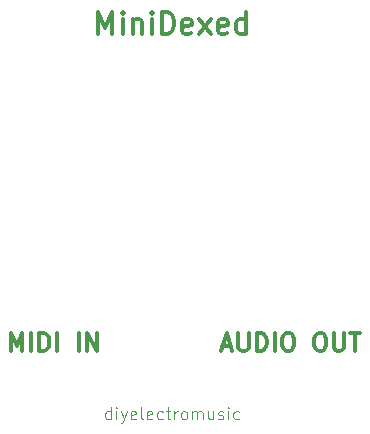
<source format=gbr>
%TF.GenerationSoftware,KiCad,Pcbnew,8.0.7*%
%TF.CreationDate,2025-02-20T16:23:03+00:00*%
%TF.ProjectId,RPi-MiniDexed-EuroRack-Panel,5250692d-4d69-46e6-9944-657865642d45,rev?*%
%TF.SameCoordinates,Original*%
%TF.FileFunction,Legend,Top*%
%TF.FilePolarity,Positive*%
%FSLAX46Y46*%
G04 Gerber Fmt 4.6, Leading zero omitted, Abs format (unit mm)*
G04 Created by KiCad (PCBNEW 8.0.7) date 2025-02-20 16:23:03*
%MOMM*%
%LPD*%
G01*
G04 APERTURE LIST*
%ADD10C,0.100000*%
%ADD11C,0.300000*%
G04 APERTURE END LIST*
D10*
X64809523Y-158457419D02*
X64809523Y-157457419D01*
X64809523Y-158409800D02*
X64714285Y-158457419D01*
X64714285Y-158457419D02*
X64523809Y-158457419D01*
X64523809Y-158457419D02*
X64428571Y-158409800D01*
X64428571Y-158409800D02*
X64380952Y-158362180D01*
X64380952Y-158362180D02*
X64333333Y-158266942D01*
X64333333Y-158266942D02*
X64333333Y-157981228D01*
X64333333Y-157981228D02*
X64380952Y-157885990D01*
X64380952Y-157885990D02*
X64428571Y-157838371D01*
X64428571Y-157838371D02*
X64523809Y-157790752D01*
X64523809Y-157790752D02*
X64714285Y-157790752D01*
X64714285Y-157790752D02*
X64809523Y-157838371D01*
X65285714Y-158457419D02*
X65285714Y-157790752D01*
X65285714Y-157457419D02*
X65238095Y-157505038D01*
X65238095Y-157505038D02*
X65285714Y-157552657D01*
X65285714Y-157552657D02*
X65333333Y-157505038D01*
X65333333Y-157505038D02*
X65285714Y-157457419D01*
X65285714Y-157457419D02*
X65285714Y-157552657D01*
X65666666Y-157790752D02*
X65904761Y-158457419D01*
X66142856Y-157790752D02*
X65904761Y-158457419D01*
X65904761Y-158457419D02*
X65809523Y-158695514D01*
X65809523Y-158695514D02*
X65761904Y-158743133D01*
X65761904Y-158743133D02*
X65666666Y-158790752D01*
X66904761Y-158409800D02*
X66809523Y-158457419D01*
X66809523Y-158457419D02*
X66619047Y-158457419D01*
X66619047Y-158457419D02*
X66523809Y-158409800D01*
X66523809Y-158409800D02*
X66476190Y-158314561D01*
X66476190Y-158314561D02*
X66476190Y-157933609D01*
X66476190Y-157933609D02*
X66523809Y-157838371D01*
X66523809Y-157838371D02*
X66619047Y-157790752D01*
X66619047Y-157790752D02*
X66809523Y-157790752D01*
X66809523Y-157790752D02*
X66904761Y-157838371D01*
X66904761Y-157838371D02*
X66952380Y-157933609D01*
X66952380Y-157933609D02*
X66952380Y-158028847D01*
X66952380Y-158028847D02*
X66476190Y-158124085D01*
X67523809Y-158457419D02*
X67428571Y-158409800D01*
X67428571Y-158409800D02*
X67380952Y-158314561D01*
X67380952Y-158314561D02*
X67380952Y-157457419D01*
X68285714Y-158409800D02*
X68190476Y-158457419D01*
X68190476Y-158457419D02*
X68000000Y-158457419D01*
X68000000Y-158457419D02*
X67904762Y-158409800D01*
X67904762Y-158409800D02*
X67857143Y-158314561D01*
X67857143Y-158314561D02*
X67857143Y-157933609D01*
X67857143Y-157933609D02*
X67904762Y-157838371D01*
X67904762Y-157838371D02*
X68000000Y-157790752D01*
X68000000Y-157790752D02*
X68190476Y-157790752D01*
X68190476Y-157790752D02*
X68285714Y-157838371D01*
X68285714Y-157838371D02*
X68333333Y-157933609D01*
X68333333Y-157933609D02*
X68333333Y-158028847D01*
X68333333Y-158028847D02*
X67857143Y-158124085D01*
X69190476Y-158409800D02*
X69095238Y-158457419D01*
X69095238Y-158457419D02*
X68904762Y-158457419D01*
X68904762Y-158457419D02*
X68809524Y-158409800D01*
X68809524Y-158409800D02*
X68761905Y-158362180D01*
X68761905Y-158362180D02*
X68714286Y-158266942D01*
X68714286Y-158266942D02*
X68714286Y-157981228D01*
X68714286Y-157981228D02*
X68761905Y-157885990D01*
X68761905Y-157885990D02*
X68809524Y-157838371D01*
X68809524Y-157838371D02*
X68904762Y-157790752D01*
X68904762Y-157790752D02*
X69095238Y-157790752D01*
X69095238Y-157790752D02*
X69190476Y-157838371D01*
X69476191Y-157790752D02*
X69857143Y-157790752D01*
X69619048Y-157457419D02*
X69619048Y-158314561D01*
X69619048Y-158314561D02*
X69666667Y-158409800D01*
X69666667Y-158409800D02*
X69761905Y-158457419D01*
X69761905Y-158457419D02*
X69857143Y-158457419D01*
X70190477Y-158457419D02*
X70190477Y-157790752D01*
X70190477Y-157981228D02*
X70238096Y-157885990D01*
X70238096Y-157885990D02*
X70285715Y-157838371D01*
X70285715Y-157838371D02*
X70380953Y-157790752D01*
X70380953Y-157790752D02*
X70476191Y-157790752D01*
X70952382Y-158457419D02*
X70857144Y-158409800D01*
X70857144Y-158409800D02*
X70809525Y-158362180D01*
X70809525Y-158362180D02*
X70761906Y-158266942D01*
X70761906Y-158266942D02*
X70761906Y-157981228D01*
X70761906Y-157981228D02*
X70809525Y-157885990D01*
X70809525Y-157885990D02*
X70857144Y-157838371D01*
X70857144Y-157838371D02*
X70952382Y-157790752D01*
X70952382Y-157790752D02*
X71095239Y-157790752D01*
X71095239Y-157790752D02*
X71190477Y-157838371D01*
X71190477Y-157838371D02*
X71238096Y-157885990D01*
X71238096Y-157885990D02*
X71285715Y-157981228D01*
X71285715Y-157981228D02*
X71285715Y-158266942D01*
X71285715Y-158266942D02*
X71238096Y-158362180D01*
X71238096Y-158362180D02*
X71190477Y-158409800D01*
X71190477Y-158409800D02*
X71095239Y-158457419D01*
X71095239Y-158457419D02*
X70952382Y-158457419D01*
X71714287Y-158457419D02*
X71714287Y-157790752D01*
X71714287Y-157885990D02*
X71761906Y-157838371D01*
X71761906Y-157838371D02*
X71857144Y-157790752D01*
X71857144Y-157790752D02*
X72000001Y-157790752D01*
X72000001Y-157790752D02*
X72095239Y-157838371D01*
X72095239Y-157838371D02*
X72142858Y-157933609D01*
X72142858Y-157933609D02*
X72142858Y-158457419D01*
X72142858Y-157933609D02*
X72190477Y-157838371D01*
X72190477Y-157838371D02*
X72285715Y-157790752D01*
X72285715Y-157790752D02*
X72428572Y-157790752D01*
X72428572Y-157790752D02*
X72523811Y-157838371D01*
X72523811Y-157838371D02*
X72571430Y-157933609D01*
X72571430Y-157933609D02*
X72571430Y-158457419D01*
X73476191Y-157790752D02*
X73476191Y-158457419D01*
X73047620Y-157790752D02*
X73047620Y-158314561D01*
X73047620Y-158314561D02*
X73095239Y-158409800D01*
X73095239Y-158409800D02*
X73190477Y-158457419D01*
X73190477Y-158457419D02*
X73333334Y-158457419D01*
X73333334Y-158457419D02*
X73428572Y-158409800D01*
X73428572Y-158409800D02*
X73476191Y-158362180D01*
X73904763Y-158409800D02*
X74000001Y-158457419D01*
X74000001Y-158457419D02*
X74190477Y-158457419D01*
X74190477Y-158457419D02*
X74285715Y-158409800D01*
X74285715Y-158409800D02*
X74333334Y-158314561D01*
X74333334Y-158314561D02*
X74333334Y-158266942D01*
X74333334Y-158266942D02*
X74285715Y-158171704D01*
X74285715Y-158171704D02*
X74190477Y-158124085D01*
X74190477Y-158124085D02*
X74047620Y-158124085D01*
X74047620Y-158124085D02*
X73952382Y-158076466D01*
X73952382Y-158076466D02*
X73904763Y-157981228D01*
X73904763Y-157981228D02*
X73904763Y-157933609D01*
X73904763Y-157933609D02*
X73952382Y-157838371D01*
X73952382Y-157838371D02*
X74047620Y-157790752D01*
X74047620Y-157790752D02*
X74190477Y-157790752D01*
X74190477Y-157790752D02*
X74285715Y-157838371D01*
X74761906Y-158457419D02*
X74761906Y-157790752D01*
X74761906Y-157457419D02*
X74714287Y-157505038D01*
X74714287Y-157505038D02*
X74761906Y-157552657D01*
X74761906Y-157552657D02*
X74809525Y-157505038D01*
X74809525Y-157505038D02*
X74761906Y-157457419D01*
X74761906Y-157457419D02*
X74761906Y-157552657D01*
X75666667Y-158409800D02*
X75571429Y-158457419D01*
X75571429Y-158457419D02*
X75380953Y-158457419D01*
X75380953Y-158457419D02*
X75285715Y-158409800D01*
X75285715Y-158409800D02*
X75238096Y-158362180D01*
X75238096Y-158362180D02*
X75190477Y-158266942D01*
X75190477Y-158266942D02*
X75190477Y-157981228D01*
X75190477Y-157981228D02*
X75238096Y-157885990D01*
X75238096Y-157885990D02*
X75285715Y-157838371D01*
X75285715Y-157838371D02*
X75380953Y-157790752D01*
X75380953Y-157790752D02*
X75571429Y-157790752D01*
X75571429Y-157790752D02*
X75666667Y-157838371D01*
D11*
X56321427Y-152678328D02*
X56321427Y-151178328D01*
X56321427Y-151178328D02*
X56821427Y-152249757D01*
X56821427Y-152249757D02*
X57321427Y-151178328D01*
X57321427Y-151178328D02*
X57321427Y-152678328D01*
X58035713Y-152678328D02*
X58035713Y-151178328D01*
X58749999Y-152678328D02*
X58749999Y-151178328D01*
X58749999Y-151178328D02*
X59107142Y-151178328D01*
X59107142Y-151178328D02*
X59321428Y-151249757D01*
X59321428Y-151249757D02*
X59464285Y-151392614D01*
X59464285Y-151392614D02*
X59535714Y-151535471D01*
X59535714Y-151535471D02*
X59607142Y-151821185D01*
X59607142Y-151821185D02*
X59607142Y-152035471D01*
X59607142Y-152035471D02*
X59535714Y-152321185D01*
X59535714Y-152321185D02*
X59464285Y-152464042D01*
X59464285Y-152464042D02*
X59321428Y-152606900D01*
X59321428Y-152606900D02*
X59107142Y-152678328D01*
X59107142Y-152678328D02*
X58749999Y-152678328D01*
X60249999Y-152678328D02*
X60249999Y-151178328D01*
X62107142Y-152678328D02*
X62107142Y-151178328D01*
X62821428Y-152678328D02*
X62821428Y-151178328D01*
X62821428Y-151178328D02*
X63678571Y-152678328D01*
X63678571Y-152678328D02*
X63678571Y-151178328D01*
X74249999Y-152249757D02*
X74964285Y-152249757D01*
X74107142Y-152678328D02*
X74607142Y-151178328D01*
X74607142Y-151178328D02*
X75107142Y-152678328D01*
X75607141Y-151178328D02*
X75607141Y-152392614D01*
X75607141Y-152392614D02*
X75678570Y-152535471D01*
X75678570Y-152535471D02*
X75749999Y-152606900D01*
X75749999Y-152606900D02*
X75892856Y-152678328D01*
X75892856Y-152678328D02*
X76178570Y-152678328D01*
X76178570Y-152678328D02*
X76321427Y-152606900D01*
X76321427Y-152606900D02*
X76392856Y-152535471D01*
X76392856Y-152535471D02*
X76464284Y-152392614D01*
X76464284Y-152392614D02*
X76464284Y-151178328D01*
X77178570Y-152678328D02*
X77178570Y-151178328D01*
X77178570Y-151178328D02*
X77535713Y-151178328D01*
X77535713Y-151178328D02*
X77749999Y-151249757D01*
X77749999Y-151249757D02*
X77892856Y-151392614D01*
X77892856Y-151392614D02*
X77964285Y-151535471D01*
X77964285Y-151535471D02*
X78035713Y-151821185D01*
X78035713Y-151821185D02*
X78035713Y-152035471D01*
X78035713Y-152035471D02*
X77964285Y-152321185D01*
X77964285Y-152321185D02*
X77892856Y-152464042D01*
X77892856Y-152464042D02*
X77749999Y-152606900D01*
X77749999Y-152606900D02*
X77535713Y-152678328D01*
X77535713Y-152678328D02*
X77178570Y-152678328D01*
X78678570Y-152678328D02*
X78678570Y-151178328D01*
X79678571Y-151178328D02*
X79964285Y-151178328D01*
X79964285Y-151178328D02*
X80107142Y-151249757D01*
X80107142Y-151249757D02*
X80249999Y-151392614D01*
X80249999Y-151392614D02*
X80321428Y-151678328D01*
X80321428Y-151678328D02*
X80321428Y-152178328D01*
X80321428Y-152178328D02*
X80249999Y-152464042D01*
X80249999Y-152464042D02*
X80107142Y-152606900D01*
X80107142Y-152606900D02*
X79964285Y-152678328D01*
X79964285Y-152678328D02*
X79678571Y-152678328D01*
X79678571Y-152678328D02*
X79535714Y-152606900D01*
X79535714Y-152606900D02*
X79392856Y-152464042D01*
X79392856Y-152464042D02*
X79321428Y-152178328D01*
X79321428Y-152178328D02*
X79321428Y-151678328D01*
X79321428Y-151678328D02*
X79392856Y-151392614D01*
X79392856Y-151392614D02*
X79535714Y-151249757D01*
X79535714Y-151249757D02*
X79678571Y-151178328D01*
X82392857Y-151178328D02*
X82678571Y-151178328D01*
X82678571Y-151178328D02*
X82821428Y-151249757D01*
X82821428Y-151249757D02*
X82964285Y-151392614D01*
X82964285Y-151392614D02*
X83035714Y-151678328D01*
X83035714Y-151678328D02*
X83035714Y-152178328D01*
X83035714Y-152178328D02*
X82964285Y-152464042D01*
X82964285Y-152464042D02*
X82821428Y-152606900D01*
X82821428Y-152606900D02*
X82678571Y-152678328D01*
X82678571Y-152678328D02*
X82392857Y-152678328D01*
X82392857Y-152678328D02*
X82250000Y-152606900D01*
X82250000Y-152606900D02*
X82107142Y-152464042D01*
X82107142Y-152464042D02*
X82035714Y-152178328D01*
X82035714Y-152178328D02*
X82035714Y-151678328D01*
X82035714Y-151678328D02*
X82107142Y-151392614D01*
X82107142Y-151392614D02*
X82250000Y-151249757D01*
X82250000Y-151249757D02*
X82392857Y-151178328D01*
X83678571Y-151178328D02*
X83678571Y-152392614D01*
X83678571Y-152392614D02*
X83750000Y-152535471D01*
X83750000Y-152535471D02*
X83821429Y-152606900D01*
X83821429Y-152606900D02*
X83964286Y-152678328D01*
X83964286Y-152678328D02*
X84250000Y-152678328D01*
X84250000Y-152678328D02*
X84392857Y-152606900D01*
X84392857Y-152606900D02*
X84464286Y-152535471D01*
X84464286Y-152535471D02*
X84535714Y-152392614D01*
X84535714Y-152392614D02*
X84535714Y-151178328D01*
X85035715Y-151178328D02*
X85892858Y-151178328D01*
X85464286Y-152678328D02*
X85464286Y-151178328D01*
X63742857Y-125817114D02*
X63742857Y-124017114D01*
X63742857Y-124017114D02*
X64342857Y-125302828D01*
X64342857Y-125302828D02*
X64942857Y-124017114D01*
X64942857Y-124017114D02*
X64942857Y-125817114D01*
X65800000Y-125817114D02*
X65800000Y-124617114D01*
X65800000Y-124017114D02*
X65714286Y-124102828D01*
X65714286Y-124102828D02*
X65800000Y-124188542D01*
X65800000Y-124188542D02*
X65885714Y-124102828D01*
X65885714Y-124102828D02*
X65800000Y-124017114D01*
X65800000Y-124017114D02*
X65800000Y-124188542D01*
X66657143Y-124617114D02*
X66657143Y-125817114D01*
X66657143Y-124788542D02*
X66742857Y-124702828D01*
X66742857Y-124702828D02*
X66914286Y-124617114D01*
X66914286Y-124617114D02*
X67171429Y-124617114D01*
X67171429Y-124617114D02*
X67342857Y-124702828D01*
X67342857Y-124702828D02*
X67428572Y-124874257D01*
X67428572Y-124874257D02*
X67428572Y-125817114D01*
X68285714Y-125817114D02*
X68285714Y-124617114D01*
X68285714Y-124017114D02*
X68200000Y-124102828D01*
X68200000Y-124102828D02*
X68285714Y-124188542D01*
X68285714Y-124188542D02*
X68371428Y-124102828D01*
X68371428Y-124102828D02*
X68285714Y-124017114D01*
X68285714Y-124017114D02*
X68285714Y-124188542D01*
X69142857Y-125817114D02*
X69142857Y-124017114D01*
X69142857Y-124017114D02*
X69571428Y-124017114D01*
X69571428Y-124017114D02*
X69828571Y-124102828D01*
X69828571Y-124102828D02*
X70000000Y-124274257D01*
X70000000Y-124274257D02*
X70085714Y-124445685D01*
X70085714Y-124445685D02*
X70171428Y-124788542D01*
X70171428Y-124788542D02*
X70171428Y-125045685D01*
X70171428Y-125045685D02*
X70085714Y-125388542D01*
X70085714Y-125388542D02*
X70000000Y-125559971D01*
X70000000Y-125559971D02*
X69828571Y-125731400D01*
X69828571Y-125731400D02*
X69571428Y-125817114D01*
X69571428Y-125817114D02*
X69142857Y-125817114D01*
X71628571Y-125731400D02*
X71457143Y-125817114D01*
X71457143Y-125817114D02*
X71114286Y-125817114D01*
X71114286Y-125817114D02*
X70942857Y-125731400D01*
X70942857Y-125731400D02*
X70857143Y-125559971D01*
X70857143Y-125559971D02*
X70857143Y-124874257D01*
X70857143Y-124874257D02*
X70942857Y-124702828D01*
X70942857Y-124702828D02*
X71114286Y-124617114D01*
X71114286Y-124617114D02*
X71457143Y-124617114D01*
X71457143Y-124617114D02*
X71628571Y-124702828D01*
X71628571Y-124702828D02*
X71714286Y-124874257D01*
X71714286Y-124874257D02*
X71714286Y-125045685D01*
X71714286Y-125045685D02*
X70857143Y-125217114D01*
X72314285Y-125817114D02*
X73257143Y-124617114D01*
X72314285Y-124617114D02*
X73257143Y-125817114D01*
X74628571Y-125731400D02*
X74457143Y-125817114D01*
X74457143Y-125817114D02*
X74114286Y-125817114D01*
X74114286Y-125817114D02*
X73942857Y-125731400D01*
X73942857Y-125731400D02*
X73857143Y-125559971D01*
X73857143Y-125559971D02*
X73857143Y-124874257D01*
X73857143Y-124874257D02*
X73942857Y-124702828D01*
X73942857Y-124702828D02*
X74114286Y-124617114D01*
X74114286Y-124617114D02*
X74457143Y-124617114D01*
X74457143Y-124617114D02*
X74628571Y-124702828D01*
X74628571Y-124702828D02*
X74714286Y-124874257D01*
X74714286Y-124874257D02*
X74714286Y-125045685D01*
X74714286Y-125045685D02*
X73857143Y-125217114D01*
X76257143Y-125817114D02*
X76257143Y-124017114D01*
X76257143Y-125731400D02*
X76085714Y-125817114D01*
X76085714Y-125817114D02*
X75742857Y-125817114D01*
X75742857Y-125817114D02*
X75571428Y-125731400D01*
X75571428Y-125731400D02*
X75485714Y-125645685D01*
X75485714Y-125645685D02*
X75400000Y-125474257D01*
X75400000Y-125474257D02*
X75400000Y-124959971D01*
X75400000Y-124959971D02*
X75485714Y-124788542D01*
X75485714Y-124788542D02*
X75571428Y-124702828D01*
X75571428Y-124702828D02*
X75742857Y-124617114D01*
X75742857Y-124617114D02*
X76085714Y-124617114D01*
X76085714Y-124617114D02*
X76257143Y-124702828D01*
M02*

</source>
